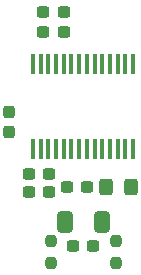
<source format=gbp>
G04 #@! TF.GenerationSoftware,KiCad,Pcbnew,(6.0.0)*
G04 #@! TF.CreationDate,2022-05-28T20:38:17-06:00*
G04 #@! TF.ProjectId,usb_to_serial,7573625f-746f-45f7-9365-7269616c2e6b,2*
G04 #@! TF.SameCoordinates,Original*
G04 #@! TF.FileFunction,Paste,Bot*
G04 #@! TF.FilePolarity,Positive*
%FSLAX46Y46*%
G04 Gerber Fmt 4.6, Leading zero omitted, Abs format (unit mm)*
G04 Created by KiCad (PCBNEW (6.0.0)) date 2022-05-28 20:38:17*
%MOMM*%
%LPD*%
G01*
G04 APERTURE LIST*
G04 Aperture macros list*
%AMRoundRect*
0 Rectangle with rounded corners*
0 $1 Rounding radius*
0 $2 $3 $4 $5 $6 $7 $8 $9 X,Y pos of 4 corners*
0 Add a 4 corners polygon primitive as box body*
4,1,4,$2,$3,$4,$5,$6,$7,$8,$9,$2,$3,0*
0 Add four circle primitives for the rounded corners*
1,1,$1+$1,$2,$3*
1,1,$1+$1,$4,$5*
1,1,$1+$1,$6,$7*
1,1,$1+$1,$8,$9*
0 Add four rect primitives between the rounded corners*
20,1,$1+$1,$2,$3,$4,$5,0*
20,1,$1+$1,$4,$5,$6,$7,0*
20,1,$1+$1,$6,$7,$8,$9,0*
20,1,$1+$1,$8,$9,$2,$3,0*%
G04 Aperture macros list end*
%ADD10RoundRect,0.237500X-0.237500X0.250000X-0.237500X-0.250000X0.237500X-0.250000X0.237500X0.250000X0*%
%ADD11RoundRect,0.237500X-0.300000X-0.237500X0.300000X-0.237500X0.300000X0.237500X-0.300000X0.237500X0*%
%ADD12RoundRect,0.250000X0.412500X0.650000X-0.412500X0.650000X-0.412500X-0.650000X0.412500X-0.650000X0*%
%ADD13RoundRect,0.237500X0.300000X0.237500X-0.300000X0.237500X-0.300000X-0.237500X0.300000X-0.237500X0*%
%ADD14RoundRect,0.250000X-0.325000X-0.450000X0.325000X-0.450000X0.325000X0.450000X-0.325000X0.450000X0*%
%ADD15R,0.450000X1.750000*%
%ADD16RoundRect,0.237500X0.237500X-0.300000X0.237500X0.300000X-0.237500X0.300000X-0.237500X-0.300000X0*%
G04 APERTURE END LIST*
D10*
X133028119Y-127495372D03*
X133028119Y-129320372D03*
D11*
X132405619Y-108072504D03*
X134130619Y-108072504D03*
D12*
X137340619Y-125907872D03*
X134215619Y-125907872D03*
D13*
X136640619Y-127907872D03*
X134915619Y-127907872D03*
D11*
X132405619Y-109822504D03*
X134130619Y-109822504D03*
D14*
X137753119Y-122907872D03*
X139803119Y-122907872D03*
D13*
X132880619Y-121822504D03*
X131155619Y-121822504D03*
D11*
X131155619Y-123322504D03*
X132880619Y-123322504D03*
D13*
X136140619Y-122907872D03*
X134415619Y-122907872D03*
D15*
X131543119Y-112472504D03*
X132193119Y-112472504D03*
X132843119Y-112472504D03*
X133493119Y-112472504D03*
X134143119Y-112472504D03*
X134793119Y-112472504D03*
X135443119Y-112472504D03*
X136093119Y-112472504D03*
X136743119Y-112472504D03*
X137393119Y-112472504D03*
X138043119Y-112472504D03*
X138693119Y-112472504D03*
X139343119Y-112472504D03*
X139993119Y-112472504D03*
X139993119Y-119672504D03*
X139343119Y-119672504D03*
X138693119Y-119672504D03*
X138043119Y-119672504D03*
X137393119Y-119672504D03*
X136743119Y-119672504D03*
X136093119Y-119672504D03*
X135443119Y-119672504D03*
X134793119Y-119672504D03*
X134143119Y-119672504D03*
X133493119Y-119672504D03*
X132843119Y-119672504D03*
X132193119Y-119672504D03*
X131543119Y-119672504D03*
D10*
X138528119Y-127495372D03*
X138528119Y-129320372D03*
D16*
X129500000Y-118270372D03*
X129500000Y-116545372D03*
M02*

</source>
